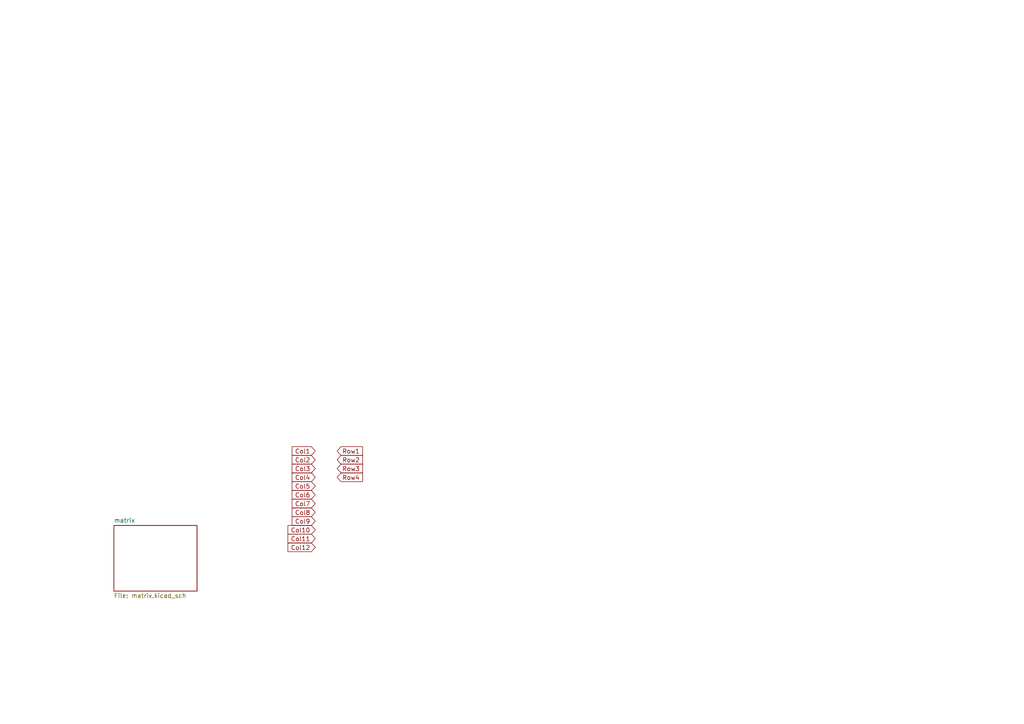
<source format=kicad_sch>
(kicad_sch
	(version 20250114)
	(generator "eeschema")
	(generator_version "9.0")
	(uuid "caa2ef47-4d96-4c38-9c87-39ae0d717482")
	(paper "A4")
	(lib_symbols)
	(global_label "Col8"
		(shape input)
		(at 91.44 148.59 180)
		(fields_autoplaced yes)
		(effects
			(font
				(size 1.27 1.27)
			)
			(justify right)
		)
		(uuid "11ffef41-0ffb-457c-b64c-c456f4217c0f")
		(property "Intersheetrefs" "${INTERSHEET_REFS}"
			(at 84.1611 148.59 0)
			(effects
				(font
					(size 1.27 1.27)
				)
				(justify right)
				(hide yes)
			)
		)
	)
	(global_label "Row1"
		(shape input)
		(at 97.79 130.81 0)
		(fields_autoplaced yes)
		(effects
			(font
				(size 1.27 1.27)
			)
			(justify left)
		)
		(uuid "2c4ecd69-036e-48d2-b838-54d99c8f05b3")
		(property "Intersheetrefs" "${INTERSHEET_REFS}"
			(at 105.7342 130.81 0)
			(effects
				(font
					(size 1.27 1.27)
				)
				(justify left)
				(hide yes)
			)
		)
	)
	(global_label "Col1"
		(shape input)
		(at 91.44 130.81 180)
		(fields_autoplaced yes)
		(effects
			(font
				(size 1.27 1.27)
			)
			(justify right)
		)
		(uuid "355175cc-8abf-4d4a-9ab3-17bd9761c009")
		(property "Intersheetrefs" "${INTERSHEET_REFS}"
			(at 84.1611 130.81 0)
			(effects
				(font
					(size 1.27 1.27)
				)
				(justify right)
				(hide yes)
			)
		)
	)
	(global_label "Col4"
		(shape input)
		(at 91.44 138.43 180)
		(fields_autoplaced yes)
		(effects
			(font
				(size 1.27 1.27)
			)
			(justify right)
		)
		(uuid "4d6e6258-7201-49e4-883c-5763783ea1a2")
		(property "Intersheetrefs" "${INTERSHEET_REFS}"
			(at 84.1611 138.43 0)
			(effects
				(font
					(size 1.27 1.27)
				)
				(justify right)
				(hide yes)
			)
		)
	)
	(global_label "Row3"
		(shape input)
		(at 97.79 135.89 0)
		(fields_autoplaced yes)
		(effects
			(font
				(size 1.27 1.27)
			)
			(justify left)
		)
		(uuid "584231b5-9dbe-4061-b0ff-e5d3ef37c046")
		(property "Intersheetrefs" "${INTERSHEET_REFS}"
			(at 105.7342 135.89 0)
			(effects
				(font
					(size 1.27 1.27)
				)
				(justify left)
				(hide yes)
			)
		)
	)
	(global_label "Row2"
		(shape input)
		(at 97.79 133.35 0)
		(fields_autoplaced yes)
		(effects
			(font
				(size 1.27 1.27)
			)
			(justify left)
		)
		(uuid "7e47d637-2ef0-4c86-8297-f8a35ab6e5c3")
		(property "Intersheetrefs" "${INTERSHEET_REFS}"
			(at 105.7342 133.35 0)
			(effects
				(font
					(size 1.27 1.27)
				)
				(justify left)
				(hide yes)
			)
		)
	)
	(global_label "Col11"
		(shape input)
		(at 91.44 156.21 180)
		(fields_autoplaced yes)
		(effects
			(font
				(size 1.27 1.27)
			)
			(justify right)
		)
		(uuid "9dfe047d-466c-4db9-a2f0-ce15153ff0a1")
		(property "Intersheetrefs" "${INTERSHEET_REFS}"
			(at 82.9516 156.21 0)
			(effects
				(font
					(size 1.27 1.27)
				)
				(justify right)
				(hide yes)
			)
		)
	)
	(global_label "Col12"
		(shape input)
		(at 91.44 158.75 180)
		(fields_autoplaced yes)
		(effects
			(font
				(size 1.27 1.27)
			)
			(justify right)
		)
		(uuid "a48f443c-e799-40eb-8ec7-9654518dc10c")
		(property "Intersheetrefs" "${INTERSHEET_REFS}"
			(at 82.9516 158.75 0)
			(effects
				(font
					(size 1.27 1.27)
				)
				(justify right)
				(hide yes)
			)
		)
	)
	(global_label "Col2"
		(shape input)
		(at 91.44 133.35 180)
		(fields_autoplaced yes)
		(effects
			(font
				(size 1.27 1.27)
			)
			(justify right)
		)
		(uuid "bd4e8471-91e4-4e72-b350-33f4ba6d2b48")
		(property "Intersheetrefs" "${INTERSHEET_REFS}"
			(at 84.1611 133.35 0)
			(effects
				(font
					(size 1.27 1.27)
				)
				(justify right)
				(hide yes)
			)
		)
	)
	(global_label "Col9"
		(shape input)
		(at 91.44 151.13 180)
		(fields_autoplaced yes)
		(effects
			(font
				(size 1.27 1.27)
			)
			(justify right)
		)
		(uuid "d07bebc6-73c2-4053-8793-4ad6593ae92f")
		(property "Intersheetrefs" "${INTERSHEET_REFS}"
			(at 84.1611 151.13 0)
			(effects
				(font
					(size 1.27 1.27)
				)
				(justify right)
				(hide yes)
			)
		)
	)
	(global_label "Col6"
		(shape input)
		(at 91.44 143.51 180)
		(fields_autoplaced yes)
		(effects
			(font
				(size 1.27 1.27)
			)
			(justify right)
		)
		(uuid "d3f3d228-0af7-4fd5-bd22-989ba5256428")
		(property "Intersheetrefs" "${INTERSHEET_REFS}"
			(at 84.1611 143.51 0)
			(effects
				(font
					(size 1.27 1.27)
				)
				(justify right)
				(hide yes)
			)
		)
	)
	(global_label "Col5"
		(shape input)
		(at 91.44 140.97 180)
		(fields_autoplaced yes)
		(effects
			(font
				(size 1.27 1.27)
			)
			(justify right)
		)
		(uuid "d63dcfc8-83e6-489a-97bb-797bdafb6211")
		(property "Intersheetrefs" "${INTERSHEET_REFS}"
			(at 84.1611 140.97 0)
			(effects
				(font
					(size 1.27 1.27)
				)
				(justify right)
				(hide yes)
			)
		)
	)
	(global_label "Col3"
		(shape input)
		(at 91.44 135.89 180)
		(fields_autoplaced yes)
		(effects
			(font
				(size 1.27 1.27)
			)
			(justify right)
		)
		(uuid "e7c05e15-d376-49d4-acec-be3cef813f47")
		(property "Intersheetrefs" "${INTERSHEET_REFS}"
			(at 84.1611 135.89 0)
			(effects
				(font
					(size 1.27 1.27)
				)
				(justify right)
				(hide yes)
			)
		)
	)
	(global_label "Row4"
		(shape input)
		(at 97.79 138.43 0)
		(fields_autoplaced yes)
		(effects
			(font
				(size 1.27 1.27)
			)
			(justify left)
		)
		(uuid "ebed2334-fb1a-481c-8969-2b864724a12c")
		(property "Intersheetrefs" "${INTERSHEET_REFS}"
			(at 105.7342 138.43 0)
			(effects
				(font
					(size 1.27 1.27)
				)
				(justify left)
				(hide yes)
			)
		)
	)
	(global_label "Col7"
		(shape input)
		(at 91.44 146.05 180)
		(fields_autoplaced yes)
		(effects
			(font
				(size 1.27 1.27)
			)
			(justify right)
		)
		(uuid "ed675171-3f48-4496-811c-5101f03f4ba6")
		(property "Intersheetrefs" "${INTERSHEET_REFS}"
			(at 84.1611 146.05 0)
			(effects
				(font
					(size 1.27 1.27)
				)
				(justify right)
				(hide yes)
			)
		)
	)
	(global_label "Col10"
		(shape input)
		(at 91.44 153.67 180)
		(fields_autoplaced yes)
		(effects
			(font
				(size 1.27 1.27)
			)
			(justify right)
		)
		(uuid "fdb3815e-5e8a-4996-af3c-8511777b4570")
		(property "Intersheetrefs" "${INTERSHEET_REFS}"
			(at 82.9516 153.67 0)
			(effects
				(font
					(size 1.27 1.27)
				)
				(justify right)
				(hide yes)
			)
		)
	)
	(sheet
		(at 33.02 152.4)
		(size 24.13 19.05)
		(exclude_from_sim no)
		(in_bom yes)
		(on_board yes)
		(dnp no)
		(fields_autoplaced yes)
		(stroke
			(width 0.1524)
			(type solid)
		)
		(fill
			(color 0 0 0 0.0000)
		)
		(uuid "c990fd19-be40-4dc1-9d47-2f4223211b91")
		(property "Sheetname" "matrix"
			(at 33.02 151.6884 0)
			(effects
				(font
					(size 1.27 1.27)
				)
				(justify left bottom)
			)
		)
		(property "Sheetfile" "matrix.kicad_sch"
			(at 33.02 172.0346 0)
			(effects
				(font
					(size 1.27 1.27)
				)
				(justify left top)
			)
		)
		(instances
			(project "Planck48"
				(path "/caa2ef47-4d96-4c38-9c87-39ae0d717482"
					(page "2")
				)
			)
		)
	)
	(sheet_instances
		(path "/"
			(page "1")
		)
	)
	(embedded_fonts no)
)

</source>
